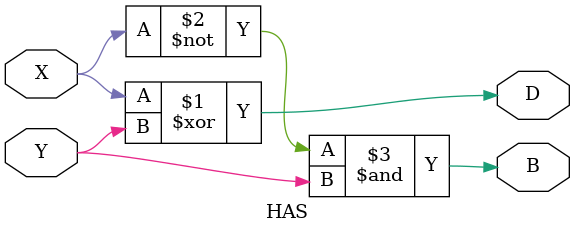
<source format=v>
module HAS(output D, B, input X, Y);
assign D = X ^ Y;
assign B = ~X & Y;
endmodule

</source>
